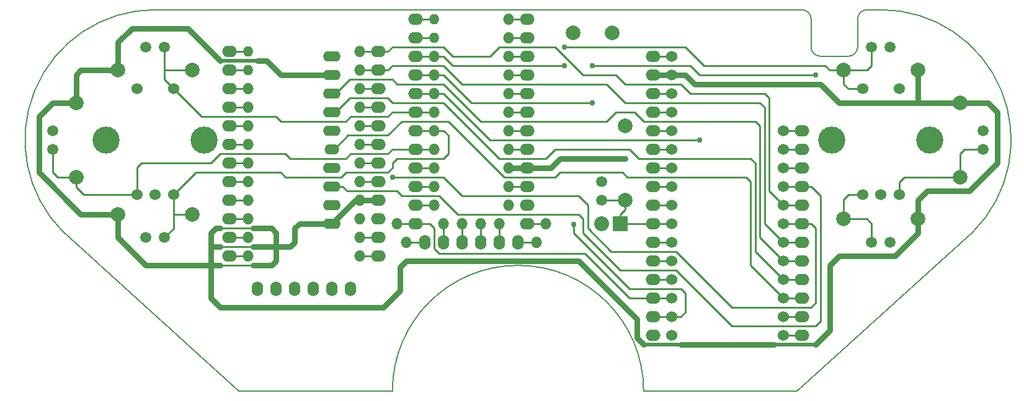
<source format=gtl>
G04 #@! TF.FileFunction,Copper,L1,Top,Signal*
%FSLAX46Y46*%
G04 Gerber Fmt 4.6, Leading zero omitted, Abs format (unit mm)*
G04 Created by KiCad (PCBNEW 4.0.1-3.201512221401+6198~38~ubuntu15.10.1-stable) date Fri Feb  5 22:48:27 2016*
%MOMM*%
G01*
G04 APERTURE LIST*
%ADD10C,0.101600*%
%ADD11C,0.152400*%
%ADD12O,2.032000X1.524000*%
%ADD13O,1.524000X2.032000*%
%ADD14O,1.524000X1.524000*%
%ADD15O,1.397000X1.397000*%
%ADD16C,1.501140*%
%ADD17C,1.998980*%
%ADD18C,1.524000*%
%ADD19C,3.700000*%
%ADD20C,2.000000*%
%ADD21R,2.032000X2.032000*%
%ADD22O,2.032000X2.032000*%
%ADD23O,2.413000X1.397000*%
%ADD24O,2.032000X1.397000*%
%ADD25C,0.762000*%
%ADD26C,0.254000*%
%ADD27C,0.762000*%
%ADD28C,0.508000*%
G04 APERTURE END LIST*
D10*
D11*
X115570000Y52070000D02*
X117475000Y52070000D01*
X115570000Y52070000D02*
G75*
G03X114300000Y50800000I0J-1270000D01*
G01*
X107950000Y50800000D02*
G75*
G03X106680000Y52070000I-1270000J0D01*
G01*
X113030000Y45720000D02*
G75*
G03X114300000Y46990000I0J1270000D01*
G01*
X107950000Y46990000D02*
G75*
G03X109220000Y45720000I1270000J0D01*
G01*
X109220000Y45720000D02*
X113030000Y45720000D01*
X114300000Y46990000D02*
X114300000Y50800000D01*
X107950000Y50800000D02*
X107950000Y46990000D01*
X85090000Y0D02*
X106045000Y0D01*
X50800000Y0D02*
X29845000Y0D01*
X85090000Y0D02*
G75*
G03X67945000Y17145000I-17145000J0D01*
G01*
X67945000Y17145000D02*
G75*
G03X50800000Y0I0J-17145000D01*
G01*
X29845000Y0D02*
X5842000Y21717000D01*
X5842641Y21717641D02*
G75*
G02X18415000Y52070000I12572359J12572359D01*
G01*
X18415000Y52070000D02*
X106680000Y52070000D01*
X106045000Y0D02*
X130048000Y21717000D01*
X130047359Y21717641D02*
G75*
G03X117475000Y52070000I-12572359J12572359D01*
G01*
D12*
X69215000Y50800000D03*
X69215000Y48260000D03*
X69215000Y45720000D03*
X69215000Y43180000D03*
X69215000Y40640000D03*
X69215000Y38100000D03*
X69215000Y35560000D03*
X69215000Y33020000D03*
X69215000Y30480000D03*
X69215000Y27940000D03*
X69215000Y25400000D03*
X69215000Y22860000D03*
D13*
X67945000Y20320000D03*
X65405000Y20320000D03*
X62865000Y20320000D03*
X60325000Y20320000D03*
X57785000Y20320000D03*
X55245000Y20320000D03*
D12*
X53975000Y22860001D03*
X53975000Y25400000D03*
X53975000Y27940000D03*
X53975000Y30480000D03*
X53975000Y33020000D03*
X53975000Y35560000D03*
X53975000Y38100000D03*
X53975000Y40640000D03*
X53975000Y43180000D03*
X53975000Y45720000D03*
X53975000Y48260000D03*
X53975000Y50800000D03*
D14*
X66675000Y50800000D03*
X66675000Y48260000D03*
X66675000Y45720000D03*
X66675000Y43180000D03*
X66675000Y40640000D03*
X66675000Y38100000D03*
X66675000Y35560000D03*
X66675000Y33020000D03*
X66675000Y30480000D03*
X66675000Y27940000D03*
X66675000Y25400000D03*
X71755000Y22860000D03*
X70485000Y20320000D03*
X65405000Y22860000D03*
X62865000Y22860000D03*
X60325000Y22860000D03*
X57785000Y22860000D03*
X52705000Y20320000D03*
X51435000Y22860000D03*
X56515000Y25400000D03*
X56515000Y27940000D03*
X56515000Y30480000D03*
X56515000Y33020000D03*
X56515000Y35560000D03*
X56515000Y38100000D03*
X56515000Y40640000D03*
X56515000Y43180000D03*
X56515000Y45720000D03*
D15*
X56515000Y48260000D03*
X56515000Y50800000D03*
D16*
X116205000Y20320000D03*
X118745000Y20320000D03*
X131445000Y33020000D03*
X131445000Y35560000D03*
X116205000Y46990000D03*
X118745000Y46990000D03*
X79375000Y26035000D03*
X79375000Y28575000D03*
X4445000Y33020000D03*
X4445000Y35560000D03*
X19685000Y20955000D03*
X17145000Y20955000D03*
X19685000Y46990000D03*
X17145000Y46990000D03*
D17*
X122555000Y23495000D03*
X112395000Y23495000D03*
X128270000Y39370000D03*
X128270000Y29210000D03*
X122555000Y43815000D03*
X112395000Y43815000D03*
X82550000Y36195000D03*
X82550000Y26035000D03*
X7620000Y39370000D03*
X7620000Y29210000D03*
X13335000Y24130000D03*
X23495000Y24130000D03*
X13335000Y43815000D03*
X23495000Y43815000D03*
D18*
X117475000Y26790000D03*
X114975000Y26790000D03*
X119975000Y26790000D03*
X114975000Y41290000D03*
X119975000Y41290000D03*
D19*
X124175000Y34290000D03*
X110775000Y34290000D03*
D18*
X18415000Y26790000D03*
X15915000Y26790000D03*
X20915000Y26790000D03*
X15915000Y41290000D03*
X20915000Y41290000D03*
D19*
X25115000Y34290000D03*
X11715000Y34290000D03*
D20*
X75455000Y48895000D03*
X80755000Y48895000D03*
D21*
X81915000Y22860000D03*
D22*
X79375000Y22860000D03*
D12*
X48895000Y46355000D03*
X48895000Y43815000D03*
X48895000Y41275000D03*
X48895000Y38735000D03*
X48895000Y36195000D03*
X48895000Y33655000D03*
X48895000Y31115000D03*
X48895000Y28575000D03*
X48895000Y26035000D03*
X48895000Y23495000D03*
X48895000Y20955000D03*
X48895000Y18415000D03*
D13*
X45085000Y13970000D03*
X42545000Y13970000D03*
X40005000Y13970000D03*
X37465000Y13970000D03*
X34925000Y13970000D03*
X32385000Y13970000D03*
D12*
X28575000Y18415000D03*
X28575000Y20955000D03*
X28575000Y23495000D03*
X28575000Y26035000D03*
X28575000Y28575000D03*
X28575000Y31115000D03*
X28575000Y33655000D03*
X28575000Y36195000D03*
X28575000Y38735000D03*
X28575000Y41275000D03*
X28575000Y43815000D03*
X28575000Y46355000D03*
D14*
X46355000Y46355000D03*
X46355000Y43815000D03*
X46355000Y41275000D03*
X46355000Y38735000D03*
X46355000Y36195000D03*
X46355000Y33655000D03*
X46355000Y31115000D03*
X46355000Y28575000D03*
X46355000Y26035000D03*
X46355000Y23495000D03*
X46355000Y20955000D03*
X46355000Y18415000D03*
X31115000Y18415000D03*
X31115000Y20955000D03*
X31115000Y23495000D03*
X31115000Y26035000D03*
X31115000Y28575000D03*
X31115000Y31115000D03*
X31115000Y33655000D03*
X31115000Y36195000D03*
X31115000Y38735000D03*
X31115000Y41275000D03*
D15*
X31115000Y43815000D03*
X31115000Y46355000D03*
D23*
X42545000Y45720000D03*
X42545000Y43180000D03*
X42545000Y40640000D03*
X42545000Y38100000D03*
X42545000Y35560000D03*
D24*
X42545000Y33020000D03*
D23*
X42545000Y30480000D03*
X42545000Y27940000D03*
X42545000Y25400000D03*
X42545000Y22860000D03*
D12*
X106680000Y7620000D03*
X106680000Y10160000D03*
X106680000Y12700000D03*
X106680000Y15240000D03*
X106680000Y17780000D03*
X106680000Y20320000D03*
X106680000Y22860000D03*
X106680000Y25400000D03*
X106680000Y27940000D03*
X106680000Y30480000D03*
X106680000Y33020000D03*
X106680000Y35560000D03*
X86360000Y45720000D03*
X86360000Y43180000D03*
X86360000Y40640000D03*
X86360000Y38100000D03*
X86360000Y35560000D03*
X86360000Y33020000D03*
X86360000Y30480000D03*
X86360000Y27940000D03*
X86360000Y25400000D03*
X86360000Y22860000D03*
X86360000Y20320000D03*
X86360000Y17780000D03*
X86360000Y15240000D03*
X86360000Y12700000D03*
X86360000Y10160000D03*
X86360000Y7620000D03*
D18*
X104140000Y7620000D03*
X104140000Y10160000D03*
X104140000Y12700000D03*
X104140000Y15240000D03*
X104140000Y17780000D03*
X104140000Y20320000D03*
X104140000Y22860000D03*
X104140000Y25400000D03*
X104140000Y27940000D03*
X104140000Y30480000D03*
X104140000Y33020000D03*
X104140000Y35560000D03*
X88900000Y45720000D03*
X88900000Y43180000D03*
X88900000Y40640000D03*
X88900000Y38100000D03*
X88900000Y35560000D03*
X88900000Y33020000D03*
X88900000Y30480000D03*
X88900000Y27940000D03*
X88900000Y25400000D03*
X88900000Y22860000D03*
X88900000Y20320000D03*
X88900000Y17780000D03*
X88900000Y15240000D03*
X88900000Y12700000D03*
X88900000Y10160000D03*
X88900000Y7620000D03*
D25*
X50800000Y29210000D03*
X75565000Y22733000D03*
X74295000Y44450038D03*
X74295000Y46990000D03*
X78105000Y44450000D03*
X78104996Y39370000D03*
X108585000Y43180000D03*
X92710006Y34290000D03*
X82550000Y31750000D03*
D26*
X104140000Y25400000D02*
X102235000Y27305000D01*
X102235000Y27305000D02*
X102235000Y40005000D01*
X102235000Y40005000D02*
X101600000Y40640000D01*
X101600000Y40640000D02*
X91440000Y40640000D01*
X91440000Y40640000D02*
X90170000Y41910000D01*
X90170000Y41910000D02*
X82550000Y41910000D01*
X82550000Y41910000D02*
X81280000Y43180000D01*
X81280000Y43180000D02*
X76835000Y43180000D01*
X76835000Y43180000D02*
X73025000Y46990000D01*
X73025000Y46990000D02*
X65405000Y46990000D01*
X65405000Y46990000D02*
X64135000Y45720000D01*
X64135000Y45720000D02*
X59055000Y45720000D01*
X59055000Y45720000D02*
X57785000Y46990000D01*
X57785000Y46990000D02*
X50800000Y46990000D01*
X50800000Y46990000D02*
X50165000Y46355000D01*
X50165000Y46355000D02*
X48895000Y46355000D01*
X48895000Y46355000D02*
X46355000Y46355000D01*
X106680000Y25400000D02*
X104140000Y25400000D01*
X48895000Y43815000D02*
X50165000Y43815000D01*
X50165000Y43815000D02*
X50800000Y44450000D01*
X50800000Y44450000D02*
X57785000Y44450000D01*
X57785000Y44450000D02*
X60325000Y41910000D01*
X60325000Y41910000D02*
X80010000Y41910000D01*
X80010000Y41910000D02*
X82550000Y39370000D01*
X82550000Y39370000D02*
X100965000Y39370000D01*
X100965000Y39370000D02*
X101600000Y38735000D01*
X101600000Y38735000D02*
X101600000Y22860000D01*
X101600000Y22860000D02*
X103378001Y21081999D01*
X103378001Y21081999D02*
X104140000Y20320000D01*
X46355000Y43815000D02*
X48895000Y43815000D01*
X104140000Y20320000D02*
X106680000Y20320000D01*
X104140000Y17780000D02*
X100965000Y20955000D01*
X100965000Y20955000D02*
X100965000Y36195000D01*
X83820000Y38100000D02*
X81280000Y38100000D01*
X81280000Y38100000D02*
X80010000Y36830000D01*
X80010000Y36830000D02*
X62865000Y36830000D01*
X100965000Y36195000D02*
X100330000Y36830000D01*
X100330000Y36830000D02*
X85090000Y36830000D01*
X85090000Y36830000D02*
X83820000Y38100000D01*
X62865000Y36830000D02*
X57785000Y41910000D01*
X57785000Y41910000D02*
X51435000Y41910000D01*
X51435000Y41910000D02*
X50800000Y42545000D01*
X50800000Y42545000D02*
X44958000Y42545000D01*
X44958000Y42545000D02*
X43053000Y40640000D01*
X43053000Y40640000D02*
X42545000Y40640000D01*
X106680000Y17780000D02*
X104140000Y17780000D01*
X42545000Y38100000D02*
X43053000Y38100000D01*
X43053000Y38100000D02*
X44958000Y40005000D01*
X44958000Y40005000D02*
X50165000Y40005000D01*
X50165000Y40005000D02*
X50800000Y39370000D01*
X83185000Y33020000D02*
X84455000Y31750000D01*
X84455000Y31750000D02*
X99695000Y31750000D01*
X99695000Y31750000D02*
X100330000Y31115000D01*
X50800000Y39370000D02*
X57785000Y39370000D01*
X57785000Y39370000D02*
X65405000Y31750000D01*
X65405000Y31750000D02*
X71755000Y31750000D01*
X71755000Y31750000D02*
X73025000Y33020000D01*
X73025000Y33020000D02*
X83185000Y33020000D01*
X100330000Y31115000D02*
X100330000Y19050000D01*
X100330000Y19050000D02*
X103378001Y16001999D01*
X103378001Y16001999D02*
X104140000Y15240000D01*
X104140000Y15240000D02*
X106680000Y15240000D01*
X42545000Y33020000D02*
X42862500Y33020000D01*
X42862500Y33020000D02*
X44767500Y34925000D01*
X82832158Y29210000D02*
X99060000Y29210000D01*
X99060000Y29210000D02*
X99695000Y28575000D01*
X44767500Y34925000D02*
X50165000Y34925000D01*
X50165000Y34925000D02*
X52070000Y36830000D01*
X58420000Y36830000D02*
X66040000Y29210000D01*
X66040000Y29210000D02*
X73025000Y29210000D01*
X52070000Y36830000D02*
X58420000Y36830000D01*
X73025000Y29210000D02*
X73660000Y29845000D01*
X99695000Y28575000D02*
X99695000Y17145000D01*
X73660000Y29845000D02*
X82197158Y29845000D01*
X82197158Y29845000D02*
X82832158Y29210000D01*
X99695000Y17145000D02*
X104140000Y12700000D01*
X106680000Y12700000D02*
X104140000Y12700000D01*
X50800000Y29210000D02*
X57785000Y29210000D01*
X76200000Y26670000D02*
X77470000Y25400000D01*
X57785000Y29210000D02*
X60325000Y26670000D01*
X60325000Y26670000D02*
X76200000Y26670000D01*
X77470000Y25400000D02*
X77470000Y22225000D01*
X77470000Y22225000D02*
X80645000Y19050000D01*
X80645000Y19050000D02*
X89535000Y19050000D01*
X89535000Y19050000D02*
X97155000Y11430000D01*
X97155000Y11430000D02*
X107950000Y11430000D01*
X107950000Y11430000D02*
X108585000Y12065000D01*
X108585000Y12065000D02*
X108585000Y22225000D01*
X108585000Y22225000D02*
X107950000Y22860000D01*
X107950000Y22860000D02*
X106680000Y22860000D01*
X104140000Y22860000D02*
X106680000Y22860000D01*
X107950000Y27940000D02*
X106680000Y27940000D01*
X109220000Y26670000D02*
X107950000Y27940000D01*
X109220000Y9525000D02*
X108585000Y8890000D01*
X109220000Y9525000D02*
X109220000Y26670000D01*
X44640500Y27305000D02*
X44005500Y27940000D01*
X51435000Y27305000D02*
X44640500Y27305000D01*
X76835000Y23495000D02*
X76200000Y24130000D01*
X76835000Y21590000D02*
X76835000Y23495000D01*
X52070000Y26670000D02*
X51435000Y27305000D01*
X97155000Y8890000D02*
X89535000Y16510000D01*
X108585000Y8890000D02*
X97155000Y8890000D01*
X81915000Y16510000D02*
X76835000Y21590000D01*
X76200000Y24130000D02*
X59690000Y24130000D01*
X44005500Y27940000D02*
X42545000Y27940000D01*
X89535000Y16510000D02*
X81915000Y16510000D01*
X59690000Y24130000D02*
X57150000Y26670000D01*
X57150000Y26670000D02*
X52070000Y26670000D01*
X104140000Y27940000D02*
X106680000Y27940000D01*
X86360000Y12700000D02*
X83185000Y12700000D01*
X83185000Y12700000D02*
X77089000Y18796000D01*
X77089000Y18796000D02*
X57150000Y18796000D01*
X56515000Y19431000D02*
X56515000Y22225000D01*
X56515000Y22225000D02*
X55880000Y22860000D01*
X55880000Y22860000D02*
X53975001Y22860000D01*
X57150000Y18796000D02*
X56515000Y19431000D01*
X53975001Y22860000D02*
X53975000Y22860001D01*
X51435000Y22860000D02*
X53974999Y22860000D01*
X53974999Y22860000D02*
X53975000Y22860001D01*
X86360000Y12700000D02*
X88900000Y12700000D01*
X88900000Y10160000D02*
X90170000Y10160000D01*
X90170000Y10160000D02*
X90805000Y10795000D01*
X90805000Y10795000D02*
X90805000Y13335000D01*
X83185000Y13970000D02*
X75565000Y21590000D01*
X75565000Y21590000D02*
X75565000Y22733000D01*
X90805000Y13335000D02*
X90170000Y13970000D01*
X90170000Y13970000D02*
X83185000Y13970000D01*
X53975000Y25400000D02*
X56515000Y25400000D01*
X88900000Y10160000D02*
X89535000Y10160000D01*
X88900000Y10160000D02*
X86360000Y10160000D01*
X35560000Y36830000D02*
X34925000Y37465000D01*
X34925000Y37465000D02*
X24740000Y37465000D01*
X24740000Y37465000D02*
X20915000Y41290000D01*
X53975000Y38100000D02*
X50800000Y38100000D01*
X50800000Y38100000D02*
X50165000Y37465000D01*
X50165000Y37465000D02*
X45085000Y37465000D01*
X45085000Y37465000D02*
X44450000Y36830000D01*
X44450000Y36830000D02*
X35560000Y36830000D01*
X19685000Y46990000D02*
X19685000Y43815000D01*
X19685000Y43815000D02*
X19685000Y42520000D01*
X23495000Y43815000D02*
X19685000Y43815000D01*
X19685000Y42520000D02*
X20915000Y41290000D01*
X56515000Y38100000D02*
X53975000Y38100000D01*
X35560000Y29845000D02*
X23970000Y29845000D01*
X23970000Y29845000D02*
X20915000Y26790000D01*
X56515000Y35560000D02*
X57785000Y35560000D01*
X50800000Y31115000D02*
X50800000Y30480000D01*
X57785000Y35560000D02*
X58420000Y34925000D01*
X58420000Y34925000D02*
X58420000Y32385000D01*
X43815000Y29210000D02*
X36195000Y29210000D01*
X58420000Y32385000D02*
X57785000Y31750000D01*
X36195000Y29210000D02*
X35560000Y29845000D01*
X57785000Y31750000D02*
X51435000Y31750000D01*
X51435000Y31750000D02*
X50800000Y31115000D01*
X50800000Y30480000D02*
X50165000Y29845000D01*
X50165000Y29845000D02*
X44450000Y29845000D01*
X44450000Y29845000D02*
X43815000Y29210000D01*
X20915000Y26790000D02*
X20915000Y24130000D01*
X20915000Y24130000D02*
X20915000Y22185000D01*
X23495000Y24130000D02*
X20915000Y24130000D01*
X20915000Y22185000D02*
X19685000Y20955000D01*
X56515000Y35560000D02*
X53975000Y35560000D01*
X53975000Y33020000D02*
X50800000Y33020000D01*
X50800000Y33020000D02*
X50165000Y32385000D01*
X44450000Y31750000D02*
X36830000Y31750000D01*
X36830000Y31750000D02*
X36195000Y32385000D01*
X16510000Y31115000D02*
X15915000Y30520000D01*
X50165000Y32385000D02*
X45085000Y32385000D01*
X36195000Y32385000D02*
X27305000Y32385000D01*
X15915000Y30520000D02*
X15915000Y26790000D01*
X45085000Y32385000D02*
X44450000Y31750000D01*
X27305000Y32385000D02*
X26035000Y31115000D01*
X26035000Y31115000D02*
X16510000Y31115000D01*
X56515000Y33020000D02*
X53975000Y33020000D01*
X7620000Y29210000D02*
X7620000Y27796508D01*
X7620000Y27796508D02*
X8626508Y26790000D01*
X8626508Y26790000D02*
X15915000Y26790000D01*
X4445000Y33020000D02*
X4445000Y29845000D01*
X4445000Y29845000D02*
X5080000Y29210000D01*
X5080000Y29210000D02*
X7620000Y29210000D01*
X81915000Y22860000D02*
X86360000Y22860000D01*
X82550000Y24765000D02*
X81915000Y24130000D01*
X81915000Y24130000D02*
X81915000Y22860000D01*
X82550000Y26035000D02*
X82550000Y24765000D01*
X79375000Y26035000D02*
X82550000Y26035000D01*
X88900000Y22860000D02*
X86360000Y22860000D01*
X74295000Y44450038D02*
X59054962Y44450038D01*
X59054962Y44450038D02*
X57785000Y45720000D01*
X57785000Y45720000D02*
X56515000Y45720000D01*
X90805000Y46990000D02*
X74295000Y46990000D01*
X112395000Y43815000D02*
X110490000Y43815000D01*
X110490000Y43815000D02*
X109855000Y44450000D01*
X109855000Y44450000D02*
X93345000Y44450000D01*
X93345000Y44450000D02*
X90805000Y46990000D01*
X56515000Y45720000D02*
X53975000Y45720000D01*
X115570000Y43815000D02*
X112395000Y43815000D01*
X116205000Y44450000D02*
X115570000Y43815000D01*
X116205000Y46990000D02*
X116205000Y44450000D01*
X112395000Y43815000D02*
X112395000Y41910000D01*
X113015000Y41290000D02*
X114975000Y41290000D01*
X112395000Y41910000D02*
X113015000Y41290000D01*
X120650000Y29210000D02*
X119975000Y28535000D01*
X119975000Y28535000D02*
X119975000Y26790000D01*
X128270000Y29210000D02*
X120650000Y29210000D01*
X108585000Y43180000D02*
X92710000Y43180000D01*
X92710000Y43180000D02*
X91440000Y44450000D01*
X78643815Y44450000D02*
X78105000Y44450000D01*
X91440000Y44450000D02*
X78643815Y44450000D01*
X78104996Y39370000D02*
X61595000Y39370000D01*
X61595000Y39370000D02*
X57785000Y43180000D01*
X57785000Y43180000D02*
X56515000Y43180000D01*
X56515000Y43180000D02*
X53975000Y43180000D01*
X131445000Y33020000D02*
X128905000Y33020000D01*
X128270000Y32385000D02*
X128270000Y29210000D01*
X128905000Y33020000D02*
X128270000Y32385000D01*
X64135000Y34290000D02*
X90805000Y34290000D01*
X90805000Y34290000D02*
X92710006Y34290000D01*
X57785000Y40640000D02*
X64135000Y34290000D01*
X56515000Y40640000D02*
X57785000Y40640000D01*
X115570000Y23495000D02*
X116205000Y22860000D01*
X116205000Y22860000D02*
X116205000Y20320000D01*
X112395000Y23495000D02*
X115570000Y23495000D01*
X56515000Y40640000D02*
X53975000Y40640000D01*
X114975000Y26790000D02*
X113030000Y26790000D01*
X112395000Y26155000D02*
X113030000Y26790000D01*
X112395000Y23495000D02*
X112395000Y26155000D01*
D27*
X34925000Y19685000D02*
X34925000Y17780000D01*
X34925000Y17780000D02*
X34290000Y17145000D01*
X34290000Y17145000D02*
X32385000Y17145000D01*
X32385000Y17145000D02*
X31750000Y17145000D01*
X34925000Y19685000D02*
X34925000Y21590000D01*
X34925000Y21590000D02*
X34290000Y22225000D01*
X34290000Y22225000D02*
X31750000Y22225000D01*
X42545000Y22860000D02*
X38100000Y22860000D01*
X37465000Y20320000D02*
X37465000Y22225000D01*
X37465000Y22225000D02*
X38100000Y22860000D01*
X36830000Y19685000D02*
X37465000Y20320000D01*
X34925000Y19685000D02*
X36830000Y19685000D01*
X31750000Y19685000D02*
X34925000Y19685000D01*
D26*
X31442662Y19685000D02*
X31750000Y19685000D01*
X27305000Y19685000D02*
X31442662Y19685000D01*
D27*
X26035000Y19685000D02*
X26035000Y21590000D01*
X26035000Y17145000D02*
X26035000Y19685000D01*
X26035000Y19685000D02*
X27305000Y19685000D01*
D26*
X27305000Y22225000D02*
X31750000Y22225000D01*
D27*
X26670000Y22225000D02*
X27305000Y22225000D01*
X26035000Y21590000D02*
X26670000Y22225000D01*
X122555000Y39370000D02*
X111760000Y39370000D01*
X111760000Y39370000D02*
X109220000Y41910000D01*
X109220000Y41910000D02*
X92075000Y41910000D01*
X90805000Y43180000D02*
X88900000Y43180000D01*
X92075000Y41910000D02*
X90805000Y43180000D01*
D26*
X31750000Y17145000D02*
X27305000Y17145000D01*
D27*
X26670000Y17145000D02*
X27305000Y17145000D01*
X26670000Y17145000D02*
X26035000Y17145000D01*
X26035000Y17145000D02*
X17145000Y17145000D01*
X26035000Y15621000D02*
X26035000Y17145000D01*
X17145000Y17145000D02*
X13335000Y20955000D01*
D28*
X90170000Y6286499D02*
X90106498Y6350001D01*
X90106498Y6350001D02*
X85217003Y6350001D01*
X85217003Y6350001D02*
X85153501Y6286499D01*
X108585000Y6350000D02*
X108584999Y6350001D01*
X108584999Y6350001D02*
X102933502Y6350001D01*
X102933502Y6350001D02*
X102870000Y6286499D01*
D27*
X110490000Y8255000D02*
X108585000Y6350000D01*
D26*
X110490000Y8255000D02*
X110490000Y8191499D01*
D27*
X110490000Y9525000D02*
X110490000Y8255000D01*
X90170000Y6286499D02*
X102870000Y6286499D01*
D26*
X110490000Y8191499D02*
X108585000Y6286499D01*
X108585000Y6286499D02*
X102870000Y6286499D01*
D27*
X110490000Y9525000D02*
X110490000Y17145000D01*
X26035000Y12700000D02*
X26035000Y15621000D01*
X27305000Y11430000D02*
X26035000Y12700000D01*
X49530000Y11430000D02*
X27305000Y11430000D01*
X51816000Y13716000D02*
X49530000Y11430000D01*
X51816000Y16891000D02*
X51816000Y13716000D01*
X119380000Y18415000D02*
X122555000Y21590000D01*
X51816000Y16891000D02*
X52705000Y17780000D01*
X52705000Y17780000D02*
X76200000Y17780000D01*
X76200000Y17780000D02*
X84201000Y9779000D01*
X110490000Y17145000D02*
X111760000Y18415000D01*
X84201000Y9779000D02*
X84201000Y7239000D01*
X84201000Y7239000D02*
X85153501Y6286499D01*
X111760000Y18415000D02*
X119380000Y18415000D01*
X122555000Y21590000D02*
X122555000Y23495000D01*
X133350000Y31115000D02*
X129540000Y27305000D01*
X122555000Y26035000D02*
X123825000Y27305000D01*
X123825000Y27305000D02*
X129540000Y27305000D01*
X122555000Y23495000D02*
X122555000Y26035000D01*
X128270000Y39370000D02*
X122555000Y39370000D01*
X122555000Y43815000D02*
X122555000Y39370000D01*
X128270000Y39370000D02*
X132080000Y39370000D01*
X132080000Y39370000D02*
X133350000Y38100000D01*
X133350000Y38100000D02*
X133350000Y31115000D01*
D28*
X42545000Y43180000D02*
X43053000Y43180000D01*
D27*
X20320000Y49530000D02*
X15240000Y49530000D01*
X22860000Y49530000D02*
X20320000Y49530000D01*
X20320000Y49530000D02*
X22860000Y49530000D01*
X22860000Y49530000D02*
X27305000Y45085000D01*
X32385000Y45085000D02*
X33655000Y45085000D01*
D28*
X27305000Y45085000D02*
X32385000Y45085000D01*
D27*
X43180000Y43180000D02*
X42545000Y43180000D01*
X69215000Y30480000D02*
X66675000Y30480000D01*
X13335000Y20955000D02*
X13335000Y24130000D01*
X46355000Y26035000D02*
X45720000Y26035000D01*
X45720000Y26035000D02*
X42545000Y22860000D01*
X48895000Y26035000D02*
X46355000Y26035000D01*
X72390000Y30480000D02*
X73660000Y31750000D01*
X73660000Y31750000D02*
X82550000Y31750000D01*
X69215000Y30480000D02*
X72390000Y30480000D01*
X42545000Y43180000D02*
X35560000Y43180000D01*
X35560000Y43180000D02*
X33655000Y45085000D01*
X13335000Y47625000D02*
X13335000Y43815000D01*
X15240000Y49530000D02*
X13335000Y47625000D01*
X2540000Y29845000D02*
X8255000Y24130000D01*
X8255000Y24130000D02*
X13335000Y24130000D01*
X2540000Y37465000D02*
X2540000Y29845000D01*
X4445000Y39370000D02*
X2540000Y37465000D01*
X7620000Y39370000D02*
X4445000Y39370000D01*
X7620000Y43180000D02*
X8255000Y43815000D01*
X8255000Y43815000D02*
X13335000Y43815000D01*
X7620000Y39370000D02*
X7620000Y43180000D01*
X88900000Y43180000D02*
X86360000Y43180000D01*
D26*
X48895000Y41275000D02*
X46355000Y41275000D01*
X46355000Y38735000D02*
X48895000Y38735000D01*
X48895000Y36195000D02*
X46355000Y36195000D01*
X46355000Y33655000D02*
X48895000Y33655000D01*
X48895000Y31115000D02*
X46355000Y31115000D01*
X46355000Y28575000D02*
X48895000Y28575000D01*
X46355000Y20955000D02*
X48895000Y20955000D01*
X46355000Y18415000D02*
X48895000Y18415000D01*
X28575000Y18415000D02*
X31115000Y18415000D01*
X28575000Y20955000D02*
X31115000Y20955000D01*
X28575000Y23495000D02*
X31115000Y23495000D01*
X28575000Y26035000D02*
X31115000Y26035000D01*
X28575000Y28575000D02*
X31115000Y28575000D01*
X28575000Y31115000D02*
X31115000Y31115000D01*
X28575000Y33655000D02*
X31115000Y33655000D01*
X31115000Y36195000D02*
X28575000Y36195000D01*
X28575000Y38735000D02*
X31115000Y38735000D01*
X31115000Y41275000D02*
X28575000Y41275000D01*
X28575000Y43815000D02*
X31115000Y43815000D01*
X31115000Y46355000D02*
X28575000Y46355000D01*
X106680000Y7620000D02*
X104140000Y7620000D01*
X104140000Y10160000D02*
X106680000Y10160000D01*
X106680000Y30480000D02*
X104140000Y30480000D01*
X106680000Y35560000D02*
X104140000Y35560000D01*
X86360000Y45720000D02*
X88900000Y45720000D01*
X86360000Y40640000D02*
X88900000Y40640000D01*
X88900000Y38100000D02*
X86360000Y38100000D01*
X86360000Y35560000D02*
X88900000Y35560000D01*
X88900000Y33020000D02*
X86360000Y33020000D01*
X86360000Y30480000D02*
X88900000Y30480000D01*
X88900000Y27940000D02*
X86360000Y27940000D01*
X86360000Y25400000D02*
X88900000Y25400000D01*
X86360000Y20320000D02*
X88900000Y20320000D01*
X86360000Y17780000D02*
X88900000Y17780000D01*
X88900000Y15240000D02*
X86360000Y15240000D01*
X66675000Y50800000D02*
X69215000Y50800000D01*
X69215000Y48260000D02*
X66675000Y48260000D01*
X66675000Y45720000D02*
X69215000Y45720000D01*
X69215000Y43180000D02*
X66675000Y43180000D01*
X66675000Y40640000D02*
X69215000Y40640000D01*
X66675000Y38100000D02*
X69215000Y38100000D01*
X69215000Y35560000D02*
X66675000Y35560000D01*
X66675000Y33020000D02*
X69215000Y33020000D01*
X69215000Y27940000D02*
X66675000Y27940000D01*
X71755000Y22860000D02*
X69215000Y22860000D01*
X67945000Y20320000D02*
X70485000Y20320000D01*
X65405000Y22860000D02*
X65405000Y20320000D01*
X62865000Y22860000D02*
X62865000Y20320000D01*
X60325000Y20320000D02*
X60325000Y22860000D01*
X57785000Y22860000D02*
X57785000Y20320000D01*
X55245000Y20320000D02*
X52705000Y20320000D01*
X56515000Y27940000D02*
X53975000Y27940000D01*
X56515000Y30480000D02*
X53975000Y30480000D01*
X53975000Y48260000D02*
X56515000Y48260000D01*
X53975000Y50800000D02*
X56515000Y50800000D01*
X104140000Y33020000D02*
X106680000Y33020000D01*
M02*

</source>
